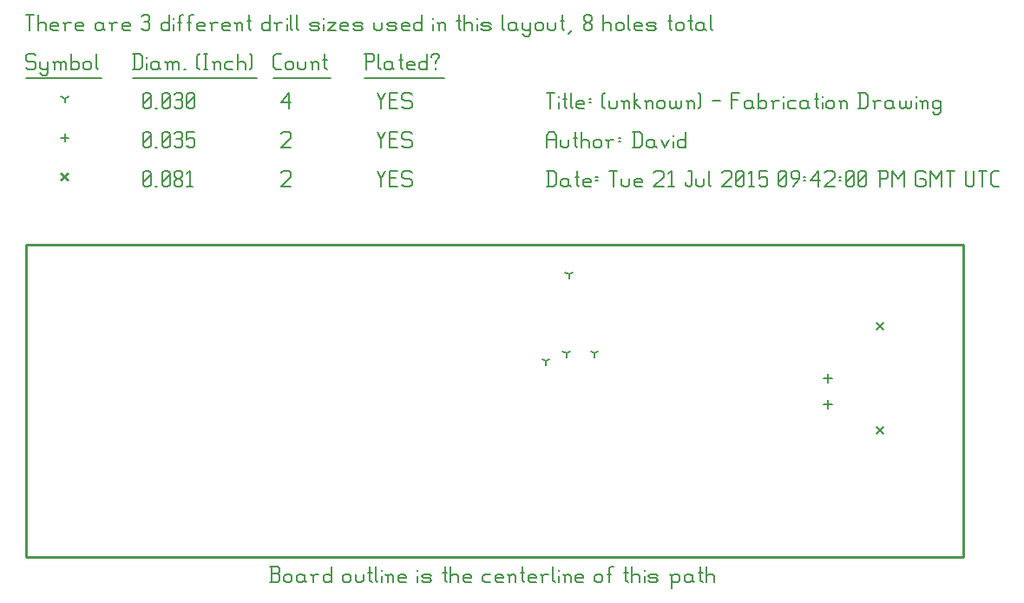
<source format=gbr>
G04 start of page 12 for group -3984 idx -3984 *
G04 Title: (unknown), fab *
G04 Creator: pcb 1.99z *
G04 CreationDate: Tue 21 Jul 2015 09:42:00 PM GMT UTC *
G04 For: david *
G04 Format: Gerber/RS-274X *
G04 PCB-Dimensions (mil): 3600.00 1200.00 *
G04 PCB-Coordinate-Origin: lower left *
%MOIN*%
%FSLAX25Y25*%
%LNFAB*%
%ADD57C,0.0100*%
%ADD56C,0.0075*%
%ADD55C,0.0060*%
%ADD54C,0.0001*%
G54D54*G36*
X326871Y50585D02*X329837Y47619D01*
X329271Y47053D01*
X326305Y50019D01*
X326871Y50585D01*
G37*
G36*
X326305Y47619D02*X329271Y50585D01*
X329837Y50019D01*
X326871Y47053D01*
X326305Y47619D01*
G37*
G36*
X326871Y90585D02*X329837Y87619D01*
X329271Y87053D01*
X326305Y90019D01*
X326871Y90585D01*
G37*
G36*
X326305Y87619D02*X329271Y90585D01*
X329837Y90019D01*
X326871Y87053D01*
X326305Y87619D01*
G37*
G36*
X13800Y148016D02*X16766Y145050D01*
X16200Y144484D01*
X13234Y147450D01*
X13800Y148016D01*
G37*
G36*
X13234Y145050D02*X16200Y148016D01*
X16766Y147450D01*
X13800Y144484D01*
X13234Y145050D01*
G37*
G54D55*X135000Y148500D02*X136500Y145500D01*
X138000Y148500D01*
X136500Y145500D02*Y142500D01*
X139800Y145800D02*X142050D01*
X139800Y142500D02*X142800D01*
X139800Y148500D02*Y142500D01*
Y148500D02*X142800D01*
X147600D02*X148350Y147750D01*
X145350Y148500D02*X147600D01*
X144600Y147750D02*X145350Y148500D01*
X144600Y147750D02*Y146250D01*
X145350Y145500D01*
X147600D01*
X148350Y144750D01*
Y143250D01*
X147600Y142500D02*X148350Y143250D01*
X145350Y142500D02*X147600D01*
X144600Y143250D02*X145350Y142500D01*
X98000Y147750D02*X98750Y148500D01*
X101000D01*
X101750Y147750D01*
Y146250D01*
X98000Y142500D02*X101750Y146250D01*
X98000Y142500D02*X101750D01*
X45000Y143250D02*X45750Y142500D01*
X45000Y147750D02*Y143250D01*
Y147750D02*X45750Y148500D01*
X47250D01*
X48000Y147750D01*
Y143250D01*
X47250Y142500D02*X48000Y143250D01*
X45750Y142500D02*X47250D01*
X45000Y144000D02*X48000Y147000D01*
X49800Y142500D02*X50550D01*
X52350Y143250D02*X53100Y142500D01*
X52350Y147750D02*Y143250D01*
Y147750D02*X53100Y148500D01*
X54600D01*
X55350Y147750D01*
Y143250D01*
X54600Y142500D02*X55350Y143250D01*
X53100Y142500D02*X54600D01*
X52350Y144000D02*X55350Y147000D01*
X57150Y143250D02*X57900Y142500D01*
X57150Y144450D02*Y143250D01*
Y144450D02*X58200Y145500D01*
X59100D01*
X60150Y144450D01*
Y143250D01*
X59400Y142500D02*X60150Y143250D01*
X57900Y142500D02*X59400D01*
X57150Y146550D02*X58200Y145500D01*
X57150Y147750D02*Y146550D01*
Y147750D02*X57900Y148500D01*
X59400D01*
X60150Y147750D01*
Y146550D01*
X59100Y145500D02*X60150Y146550D01*
X61950Y147300D02*X63150Y148500D01*
Y142500D01*
X61950D02*X64200D01*
X308071Y70419D02*Y67219D01*
X306471Y68819D02*X309671D01*
X308071Y60419D02*Y57219D01*
X306471Y58819D02*X309671D01*
X15000Y162850D02*Y159650D01*
X13400Y161250D02*X16600D01*
X135000Y163500D02*X136500Y160500D01*
X138000Y163500D01*
X136500Y160500D02*Y157500D01*
X139800Y160800D02*X142050D01*
X139800Y157500D02*X142800D01*
X139800Y163500D02*Y157500D01*
Y163500D02*X142800D01*
X147600D02*X148350Y162750D01*
X145350Y163500D02*X147600D01*
X144600Y162750D02*X145350Y163500D01*
X144600Y162750D02*Y161250D01*
X145350Y160500D01*
X147600D01*
X148350Y159750D01*
Y158250D01*
X147600Y157500D02*X148350Y158250D01*
X145350Y157500D02*X147600D01*
X144600Y158250D02*X145350Y157500D01*
X98000Y162750D02*X98750Y163500D01*
X101000D01*
X101750Y162750D01*
Y161250D01*
X98000Y157500D02*X101750Y161250D01*
X98000Y157500D02*X101750D01*
X45000Y158250D02*X45750Y157500D01*
X45000Y162750D02*Y158250D01*
Y162750D02*X45750Y163500D01*
X47250D01*
X48000Y162750D01*
Y158250D01*
X47250Y157500D02*X48000Y158250D01*
X45750Y157500D02*X47250D01*
X45000Y159000D02*X48000Y162000D01*
X49800Y157500D02*X50550D01*
X52350Y158250D02*X53100Y157500D01*
X52350Y162750D02*Y158250D01*
Y162750D02*X53100Y163500D01*
X54600D01*
X55350Y162750D01*
Y158250D01*
X54600Y157500D02*X55350Y158250D01*
X53100Y157500D02*X54600D01*
X52350Y159000D02*X55350Y162000D01*
X57150Y162750D02*X57900Y163500D01*
X59400D01*
X60150Y162750D01*
X59400Y157500D02*X60150Y158250D01*
X57900Y157500D02*X59400D01*
X57150Y158250D02*X57900Y157500D01*
Y160800D02*X59400D01*
X60150Y162750D02*Y161550D01*
Y160050D02*Y158250D01*
Y160050D02*X59400Y160800D01*
X60150Y161550D02*X59400Y160800D01*
X61950Y163500D02*X64950D01*
X61950D02*Y160500D01*
X62700Y161250D01*
X64200D01*
X64950Y160500D01*
Y158250D01*
X64200Y157500D02*X64950Y158250D01*
X62700Y157500D02*X64200D01*
X61950Y158250D02*X62700Y157500D01*
X199803Y75315D02*Y73715D01*
Y75315D02*X201190Y76115D01*
X199803Y75315D02*X198416Y76115D01*
X208661Y108779D02*Y107179D01*
Y108779D02*X210048Y109579D01*
X208661Y108779D02*X207274Y109579D01*
X207677Y78267D02*Y76667D01*
Y78267D02*X209064Y79067D01*
X207677Y78267D02*X206291Y79067D01*
X218504Y78267D02*Y76667D01*
Y78267D02*X219891Y79067D01*
X218504Y78267D02*X217117Y79067D01*
X15000Y176250D02*Y174650D01*
Y176250D02*X16387Y177050D01*
X15000Y176250D02*X13613Y177050D01*
X135000Y178500D02*X136500Y175500D01*
X138000Y178500D01*
X136500Y175500D02*Y172500D01*
X139800Y175800D02*X142050D01*
X139800Y172500D02*X142800D01*
X139800Y178500D02*Y172500D01*
Y178500D02*X142800D01*
X147600D02*X148350Y177750D01*
X145350Y178500D02*X147600D01*
X144600Y177750D02*X145350Y178500D01*
X144600Y177750D02*Y176250D01*
X145350Y175500D01*
X147600D01*
X148350Y174750D01*
Y173250D01*
X147600Y172500D02*X148350Y173250D01*
X145350Y172500D02*X147600D01*
X144600Y173250D02*X145350Y172500D01*
X98000Y174750D02*X101000Y178500D01*
X98000Y174750D02*X101750D01*
X101000Y178500D02*Y172500D01*
X45000Y173250D02*X45750Y172500D01*
X45000Y177750D02*Y173250D01*
Y177750D02*X45750Y178500D01*
X47250D01*
X48000Y177750D01*
Y173250D01*
X47250Y172500D02*X48000Y173250D01*
X45750Y172500D02*X47250D01*
X45000Y174000D02*X48000Y177000D01*
X49800Y172500D02*X50550D01*
X52350Y173250D02*X53100Y172500D01*
X52350Y177750D02*Y173250D01*
Y177750D02*X53100Y178500D01*
X54600D01*
X55350Y177750D01*
Y173250D01*
X54600Y172500D02*X55350Y173250D01*
X53100Y172500D02*X54600D01*
X52350Y174000D02*X55350Y177000D01*
X57150Y177750D02*X57900Y178500D01*
X59400D01*
X60150Y177750D01*
X59400Y172500D02*X60150Y173250D01*
X57900Y172500D02*X59400D01*
X57150Y173250D02*X57900Y172500D01*
Y175800D02*X59400D01*
X60150Y177750D02*Y176550D01*
Y175050D02*Y173250D01*
Y175050D02*X59400Y175800D01*
X60150Y176550D02*X59400Y175800D01*
X61950Y173250D02*X62700Y172500D01*
X61950Y177750D02*Y173250D01*
Y177750D02*X62700Y178500D01*
X64200D01*
X64950Y177750D01*
Y173250D01*
X64200Y172500D02*X64950Y173250D01*
X62700Y172500D02*X64200D01*
X61950Y174000D02*X64950Y177000D01*
X3000Y193500D02*X3750Y192750D01*
X750Y193500D02*X3000D01*
X0Y192750D02*X750Y193500D01*
X0Y192750D02*Y191250D01*
X750Y190500D01*
X3000D01*
X3750Y189750D01*
Y188250D01*
X3000Y187500D02*X3750Y188250D01*
X750Y187500D02*X3000D01*
X0Y188250D02*X750Y187500D01*
X5550Y190500D02*Y188250D01*
X6300Y187500D01*
X8550Y190500D02*Y186000D01*
X7800Y185250D02*X8550Y186000D01*
X6300Y185250D02*X7800D01*
X5550Y186000D02*X6300Y185250D01*
Y187500D02*X7800D01*
X8550Y188250D01*
X11100Y189750D02*Y187500D01*
Y189750D02*X11850Y190500D01*
X12600D01*
X13350Y189750D01*
Y187500D01*
Y189750D02*X14100Y190500D01*
X14850D01*
X15600Y189750D01*
Y187500D01*
X10350Y190500D02*X11100Y189750D01*
X17400Y193500D02*Y187500D01*
Y188250D02*X18150Y187500D01*
X19650D01*
X20400Y188250D01*
Y189750D02*Y188250D01*
X19650Y190500D02*X20400Y189750D01*
X18150Y190500D02*X19650D01*
X17400Y189750D02*X18150Y190500D01*
X22200Y189750D02*Y188250D01*
Y189750D02*X22950Y190500D01*
X24450D01*
X25200Y189750D01*
Y188250D01*
X24450Y187500D02*X25200Y188250D01*
X22950Y187500D02*X24450D01*
X22200Y188250D02*X22950Y187500D01*
X27000Y193500D02*Y188250D01*
X27750Y187500D01*
X0Y184250D02*X29250D01*
X41750Y193500D02*Y187500D01*
X43700Y193500D02*X44750Y192450D01*
Y188550D01*
X43700Y187500D02*X44750Y188550D01*
X41000Y187500D02*X43700D01*
X41000Y193500D02*X43700D01*
G54D56*X46550Y192000D02*Y191850D01*
G54D55*Y189750D02*Y187500D01*
X50300Y190500D02*X51050Y189750D01*
X48800Y190500D02*X50300D01*
X48050Y189750D02*X48800Y190500D01*
X48050Y189750D02*Y188250D01*
X48800Y187500D01*
X51050Y190500D02*Y188250D01*
X51800Y187500D01*
X48800D02*X50300D01*
X51050Y188250D01*
X54350Y189750D02*Y187500D01*
Y189750D02*X55100Y190500D01*
X55850D01*
X56600Y189750D01*
Y187500D01*
Y189750D02*X57350Y190500D01*
X58100D01*
X58850Y189750D01*
Y187500D01*
X53600Y190500D02*X54350Y189750D01*
X60650Y187500D02*X61400D01*
X65900Y188250D02*X66650Y187500D01*
X65900Y192750D02*X66650Y193500D01*
X65900Y192750D02*Y188250D01*
X68450Y193500D02*X69950D01*
X69200D02*Y187500D01*
X68450D02*X69950D01*
X72500Y189750D02*Y187500D01*
Y189750D02*X73250Y190500D01*
X74000D01*
X74750Y189750D01*
Y187500D01*
X71750Y190500D02*X72500Y189750D01*
X77300Y190500D02*X79550D01*
X76550Y189750D02*X77300Y190500D01*
X76550Y189750D02*Y188250D01*
X77300Y187500D01*
X79550D01*
X81350Y193500D02*Y187500D01*
Y189750D02*X82100Y190500D01*
X83600D01*
X84350Y189750D01*
Y187500D01*
X86150Y193500D02*X86900Y192750D01*
Y188250D01*
X86150Y187500D02*X86900Y188250D01*
X41000Y184250D02*X88700D01*
X96050Y187500D02*X98000D01*
X95000Y188550D02*X96050Y187500D01*
X95000Y192450D02*Y188550D01*
Y192450D02*X96050Y193500D01*
X98000D01*
X99800Y189750D02*Y188250D01*
Y189750D02*X100550Y190500D01*
X102050D01*
X102800Y189750D01*
Y188250D01*
X102050Y187500D02*X102800Y188250D01*
X100550Y187500D02*X102050D01*
X99800Y188250D02*X100550Y187500D01*
X104600Y190500D02*Y188250D01*
X105350Y187500D01*
X106850D01*
X107600Y188250D01*
Y190500D02*Y188250D01*
X110150Y189750D02*Y187500D01*
Y189750D02*X110900Y190500D01*
X111650D01*
X112400Y189750D01*
Y187500D01*
X109400Y190500D02*X110150Y189750D01*
X114950Y193500D02*Y188250D01*
X115700Y187500D01*
X114200Y191250D02*X115700D01*
X95000Y184250D02*X117200D01*
X130750Y193500D02*Y187500D01*
X130000Y193500D02*X133000D01*
X133750Y192750D01*
Y191250D01*
X133000Y190500D02*X133750Y191250D01*
X130750Y190500D02*X133000D01*
X135550Y193500D02*Y188250D01*
X136300Y187500D01*
X140050Y190500D02*X140800Y189750D01*
X138550Y190500D02*X140050D01*
X137800Y189750D02*X138550Y190500D01*
X137800Y189750D02*Y188250D01*
X138550Y187500D01*
X140800Y190500D02*Y188250D01*
X141550Y187500D01*
X138550D02*X140050D01*
X140800Y188250D01*
X144100Y193500D02*Y188250D01*
X144850Y187500D01*
X143350Y191250D02*X144850D01*
X147100Y187500D02*X149350D01*
X146350Y188250D02*X147100Y187500D01*
X146350Y189750D02*Y188250D01*
Y189750D02*X147100Y190500D01*
X148600D01*
X149350Y189750D01*
X146350Y189000D02*X149350D01*
Y189750D02*Y189000D01*
X154150Y193500D02*Y187500D01*
X153400D02*X154150Y188250D01*
X151900Y187500D02*X153400D01*
X151150Y188250D02*X151900Y187500D01*
X151150Y189750D02*Y188250D01*
Y189750D02*X151900Y190500D01*
X153400D01*
X154150Y189750D01*
X157450Y190500D02*Y189750D01*
Y188250D02*Y187500D01*
X155950Y192750D02*Y192000D01*
Y192750D02*X156700Y193500D01*
X158200D01*
X158950Y192750D01*
Y192000D01*
X157450Y190500D02*X158950Y192000D01*
X130000Y184250D02*X160750D01*
X0Y208500D02*X3000D01*
X1500D02*Y202500D01*
X4800Y208500D02*Y202500D01*
Y204750D02*X5550Y205500D01*
X7050D01*
X7800Y204750D01*
Y202500D01*
X10350D02*X12600D01*
X9600Y203250D02*X10350Y202500D01*
X9600Y204750D02*Y203250D01*
Y204750D02*X10350Y205500D01*
X11850D01*
X12600Y204750D01*
X9600Y204000D02*X12600D01*
Y204750D02*Y204000D01*
X15150Y204750D02*Y202500D01*
Y204750D02*X15900Y205500D01*
X17400D01*
X14400D02*X15150Y204750D01*
X19950Y202500D02*X22200D01*
X19200Y203250D02*X19950Y202500D01*
X19200Y204750D02*Y203250D01*
Y204750D02*X19950Y205500D01*
X21450D01*
X22200Y204750D01*
X19200Y204000D02*X22200D01*
Y204750D02*Y204000D01*
X28950Y205500D02*X29700Y204750D01*
X27450Y205500D02*X28950D01*
X26700Y204750D02*X27450Y205500D01*
X26700Y204750D02*Y203250D01*
X27450Y202500D01*
X29700Y205500D02*Y203250D01*
X30450Y202500D01*
X27450D02*X28950D01*
X29700Y203250D01*
X33000Y204750D02*Y202500D01*
Y204750D02*X33750Y205500D01*
X35250D01*
X32250D02*X33000Y204750D01*
X37800Y202500D02*X40050D01*
X37050Y203250D02*X37800Y202500D01*
X37050Y204750D02*Y203250D01*
Y204750D02*X37800Y205500D01*
X39300D01*
X40050Y204750D01*
X37050Y204000D02*X40050D01*
Y204750D02*Y204000D01*
X44550Y207750D02*X45300Y208500D01*
X46800D01*
X47550Y207750D01*
X46800Y202500D02*X47550Y203250D01*
X45300Y202500D02*X46800D01*
X44550Y203250D02*X45300Y202500D01*
Y205800D02*X46800D01*
X47550Y207750D02*Y206550D01*
Y205050D02*Y203250D01*
Y205050D02*X46800Y205800D01*
X47550Y206550D02*X46800Y205800D01*
X55050Y208500D02*Y202500D01*
X54300D02*X55050Y203250D01*
X52800Y202500D02*X54300D01*
X52050Y203250D02*X52800Y202500D01*
X52050Y204750D02*Y203250D01*
Y204750D02*X52800Y205500D01*
X54300D01*
X55050Y204750D01*
G54D56*X56850Y207000D02*Y206850D01*
G54D55*Y204750D02*Y202500D01*
X59100Y207750D02*Y202500D01*
Y207750D02*X59850Y208500D01*
X60600D01*
X58350Y205500D02*X59850D01*
X62850Y207750D02*Y202500D01*
Y207750D02*X63600Y208500D01*
X64350D01*
X62100Y205500D02*X63600D01*
X66600Y202500D02*X68850D01*
X65850Y203250D02*X66600Y202500D01*
X65850Y204750D02*Y203250D01*
Y204750D02*X66600Y205500D01*
X68100D01*
X68850Y204750D01*
X65850Y204000D02*X68850D01*
Y204750D02*Y204000D01*
X71400Y204750D02*Y202500D01*
Y204750D02*X72150Y205500D01*
X73650D01*
X70650D02*X71400Y204750D01*
X76200Y202500D02*X78450D01*
X75450Y203250D02*X76200Y202500D01*
X75450Y204750D02*Y203250D01*
Y204750D02*X76200Y205500D01*
X77700D01*
X78450Y204750D01*
X75450Y204000D02*X78450D01*
Y204750D02*Y204000D01*
X81000Y204750D02*Y202500D01*
Y204750D02*X81750Y205500D01*
X82500D01*
X83250Y204750D01*
Y202500D01*
X80250Y205500D02*X81000Y204750D01*
X85800Y208500D02*Y203250D01*
X86550Y202500D01*
X85050Y206250D02*X86550D01*
X93750Y208500D02*Y202500D01*
X93000D02*X93750Y203250D01*
X91500Y202500D02*X93000D01*
X90750Y203250D02*X91500Y202500D01*
X90750Y204750D02*Y203250D01*
Y204750D02*X91500Y205500D01*
X93000D01*
X93750Y204750D01*
X96300D02*Y202500D01*
Y204750D02*X97050Y205500D01*
X98550D01*
X95550D02*X96300Y204750D01*
G54D56*X100350Y207000D02*Y206850D01*
G54D55*Y204750D02*Y202500D01*
X101850Y208500D02*Y203250D01*
X102600Y202500D01*
X104100Y208500D02*Y203250D01*
X104850Y202500D01*
X109800D02*X112050D01*
X112800Y203250D01*
X112050Y204000D02*X112800Y203250D01*
X109800Y204000D02*X112050D01*
X109050Y204750D02*X109800Y204000D01*
X109050Y204750D02*X109800Y205500D01*
X112050D01*
X112800Y204750D01*
X109050Y203250D02*X109800Y202500D01*
G54D56*X114600Y207000D02*Y206850D01*
G54D55*Y204750D02*Y202500D01*
X116100Y205500D02*X119100D01*
X116100Y202500D02*X119100Y205500D01*
X116100Y202500D02*X119100D01*
X121650D02*X123900D01*
X120900Y203250D02*X121650Y202500D01*
X120900Y204750D02*Y203250D01*
Y204750D02*X121650Y205500D01*
X123150D01*
X123900Y204750D01*
X120900Y204000D02*X123900D01*
Y204750D02*Y204000D01*
X126450Y202500D02*X128700D01*
X129450Y203250D01*
X128700Y204000D02*X129450Y203250D01*
X126450Y204000D02*X128700D01*
X125700Y204750D02*X126450Y204000D01*
X125700Y204750D02*X126450Y205500D01*
X128700D01*
X129450Y204750D01*
X125700Y203250D02*X126450Y202500D01*
X133950Y205500D02*Y203250D01*
X134700Y202500D01*
X136200D01*
X136950Y203250D01*
Y205500D02*Y203250D01*
X139500Y202500D02*X141750D01*
X142500Y203250D01*
X141750Y204000D02*X142500Y203250D01*
X139500Y204000D02*X141750D01*
X138750Y204750D02*X139500Y204000D01*
X138750Y204750D02*X139500Y205500D01*
X141750D01*
X142500Y204750D01*
X138750Y203250D02*X139500Y202500D01*
X145050D02*X147300D01*
X144300Y203250D02*X145050Y202500D01*
X144300Y204750D02*Y203250D01*
Y204750D02*X145050Y205500D01*
X146550D01*
X147300Y204750D01*
X144300Y204000D02*X147300D01*
Y204750D02*Y204000D01*
X152100Y208500D02*Y202500D01*
X151350D02*X152100Y203250D01*
X149850Y202500D02*X151350D01*
X149100Y203250D02*X149850Y202500D01*
X149100Y204750D02*Y203250D01*
Y204750D02*X149850Y205500D01*
X151350D01*
X152100Y204750D01*
G54D56*X156600Y207000D02*Y206850D01*
G54D55*Y204750D02*Y202500D01*
X158850Y204750D02*Y202500D01*
Y204750D02*X159600Y205500D01*
X160350D01*
X161100Y204750D01*
Y202500D01*
X158100Y205500D02*X158850Y204750D01*
X166350Y208500D02*Y203250D01*
X167100Y202500D01*
X165600Y206250D02*X167100D01*
X168600Y208500D02*Y202500D01*
Y204750D02*X169350Y205500D01*
X170850D01*
X171600Y204750D01*
Y202500D01*
G54D56*X173400Y207000D02*Y206850D01*
G54D55*Y204750D02*Y202500D01*
X175650D02*X177900D01*
X178650Y203250D01*
X177900Y204000D02*X178650Y203250D01*
X175650Y204000D02*X177900D01*
X174900Y204750D02*X175650Y204000D01*
X174900Y204750D02*X175650Y205500D01*
X177900D01*
X178650Y204750D01*
X174900Y203250D02*X175650Y202500D01*
X183150Y208500D02*Y203250D01*
X183900Y202500D01*
X187650Y205500D02*X188400Y204750D01*
X186150Y205500D02*X187650D01*
X185400Y204750D02*X186150Y205500D01*
X185400Y204750D02*Y203250D01*
X186150Y202500D01*
X188400Y205500D02*Y203250D01*
X189150Y202500D01*
X186150D02*X187650D01*
X188400Y203250D01*
X190950Y205500D02*Y203250D01*
X191700Y202500D01*
X193950Y205500D02*Y201000D01*
X193200Y200250D02*X193950Y201000D01*
X191700Y200250D02*X193200D01*
X190950Y201000D02*X191700Y200250D01*
Y202500D02*X193200D01*
X193950Y203250D01*
X195750Y204750D02*Y203250D01*
Y204750D02*X196500Y205500D01*
X198000D01*
X198750Y204750D01*
Y203250D01*
X198000Y202500D02*X198750Y203250D01*
X196500Y202500D02*X198000D01*
X195750Y203250D02*X196500Y202500D01*
X200550Y205500D02*Y203250D01*
X201300Y202500D01*
X202800D01*
X203550Y203250D01*
Y205500D02*Y203250D01*
X206100Y208500D02*Y203250D01*
X206850Y202500D01*
X205350Y206250D02*X206850D01*
X208350Y201000D02*X209850Y202500D01*
X214350Y203250D02*X215100Y202500D01*
X214350Y204450D02*Y203250D01*
Y204450D02*X215400Y205500D01*
X216300D01*
X217350Y204450D01*
Y203250D01*
X216600Y202500D02*X217350Y203250D01*
X215100Y202500D02*X216600D01*
X214350Y206550D02*X215400Y205500D01*
X214350Y207750D02*Y206550D01*
Y207750D02*X215100Y208500D01*
X216600D01*
X217350Y207750D01*
Y206550D01*
X216300Y205500D02*X217350Y206550D01*
X221850Y208500D02*Y202500D01*
Y204750D02*X222600Y205500D01*
X224100D01*
X224850Y204750D01*
Y202500D01*
X226650Y204750D02*Y203250D01*
Y204750D02*X227400Y205500D01*
X228900D01*
X229650Y204750D01*
Y203250D01*
X228900Y202500D02*X229650Y203250D01*
X227400Y202500D02*X228900D01*
X226650Y203250D02*X227400Y202500D01*
X231450Y208500D02*Y203250D01*
X232200Y202500D01*
X234450D02*X236700D01*
X233700Y203250D02*X234450Y202500D01*
X233700Y204750D02*Y203250D01*
Y204750D02*X234450Y205500D01*
X235950D01*
X236700Y204750D01*
X233700Y204000D02*X236700D01*
Y204750D02*Y204000D01*
X239250Y202500D02*X241500D01*
X242250Y203250D01*
X241500Y204000D02*X242250Y203250D01*
X239250Y204000D02*X241500D01*
X238500Y204750D02*X239250Y204000D01*
X238500Y204750D02*X239250Y205500D01*
X241500D01*
X242250Y204750D01*
X238500Y203250D02*X239250Y202500D01*
X247500Y208500D02*Y203250D01*
X248250Y202500D01*
X246750Y206250D02*X248250D01*
X249750Y204750D02*Y203250D01*
Y204750D02*X250500Y205500D01*
X252000D01*
X252750Y204750D01*
Y203250D01*
X252000Y202500D02*X252750Y203250D01*
X250500Y202500D02*X252000D01*
X249750Y203250D02*X250500Y202500D01*
X255300Y208500D02*Y203250D01*
X256050Y202500D01*
X254550Y206250D02*X256050D01*
X259800Y205500D02*X260550Y204750D01*
X258300Y205500D02*X259800D01*
X257550Y204750D02*X258300Y205500D01*
X257550Y204750D02*Y203250D01*
X258300Y202500D01*
X260550Y205500D02*Y203250D01*
X261300Y202500D01*
X258300D02*X259800D01*
X260550Y203250D01*
X263100Y208500D02*Y203250D01*
X263850Y202500D01*
G54D57*X360000Y119984D02*X16D01*
X0Y120000D01*
Y6D01*
X360000D01*
Y119984D01*
G54D55*X93675Y-9500D02*X96675D01*
X97425Y-8750D01*
Y-6950D02*Y-8750D01*
X96675Y-6200D02*X97425Y-6950D01*
X94425Y-6200D02*X96675D01*
X94425Y-3500D02*Y-9500D01*
X93675Y-3500D02*X96675D01*
X97425Y-4250D01*
Y-5450D01*
X96675Y-6200D02*X97425Y-5450D01*
X99225Y-7250D02*Y-8750D01*
Y-7250D02*X99975Y-6500D01*
X101475D01*
X102225Y-7250D01*
Y-8750D01*
X101475Y-9500D02*X102225Y-8750D01*
X99975Y-9500D02*X101475D01*
X99225Y-8750D02*X99975Y-9500D01*
X106275Y-6500D02*X107025Y-7250D01*
X104775Y-6500D02*X106275D01*
X104025Y-7250D02*X104775Y-6500D01*
X104025Y-7250D02*Y-8750D01*
X104775Y-9500D01*
X107025Y-6500D02*Y-8750D01*
X107775Y-9500D01*
X104775D02*X106275D01*
X107025Y-8750D01*
X110325Y-7250D02*Y-9500D01*
Y-7250D02*X111075Y-6500D01*
X112575D01*
X109575D02*X110325Y-7250D01*
X117375Y-3500D02*Y-9500D01*
X116625D02*X117375Y-8750D01*
X115125Y-9500D02*X116625D01*
X114375Y-8750D02*X115125Y-9500D01*
X114375Y-7250D02*Y-8750D01*
Y-7250D02*X115125Y-6500D01*
X116625D01*
X117375Y-7250D01*
X121875D02*Y-8750D01*
Y-7250D02*X122625Y-6500D01*
X124125D01*
X124875Y-7250D01*
Y-8750D01*
X124125Y-9500D02*X124875Y-8750D01*
X122625Y-9500D02*X124125D01*
X121875Y-8750D02*X122625Y-9500D01*
X126675Y-6500D02*Y-8750D01*
X127425Y-9500D01*
X128925D01*
X129675Y-8750D01*
Y-6500D02*Y-8750D01*
X132225Y-3500D02*Y-8750D01*
X132975Y-9500D01*
X131475Y-5750D02*X132975D01*
X134475Y-3500D02*Y-8750D01*
X135225Y-9500D01*
G54D56*X136725Y-5000D02*Y-5150D01*
G54D55*Y-7250D02*Y-9500D01*
X138975Y-7250D02*Y-9500D01*
Y-7250D02*X139725Y-6500D01*
X140475D01*
X141225Y-7250D01*
Y-9500D01*
X138225Y-6500D02*X138975Y-7250D01*
X143775Y-9500D02*X146025D01*
X143025Y-8750D02*X143775Y-9500D01*
X143025Y-7250D02*Y-8750D01*
Y-7250D02*X143775Y-6500D01*
X145275D01*
X146025Y-7250D01*
X143025Y-8000D02*X146025D01*
Y-7250D02*Y-8000D01*
G54D56*X150525Y-5000D02*Y-5150D01*
G54D55*Y-7250D02*Y-9500D01*
X152775D02*X155025D01*
X155775Y-8750D01*
X155025Y-8000D02*X155775Y-8750D01*
X152775Y-8000D02*X155025D01*
X152025Y-7250D02*X152775Y-8000D01*
X152025Y-7250D02*X152775Y-6500D01*
X155025D01*
X155775Y-7250D01*
X152025Y-8750D02*X152775Y-9500D01*
X161025Y-3500D02*Y-8750D01*
X161775Y-9500D01*
X160275Y-5750D02*X161775D01*
X163275Y-3500D02*Y-9500D01*
Y-7250D02*X164025Y-6500D01*
X165525D01*
X166275Y-7250D01*
Y-9500D01*
X168825D02*X171075D01*
X168075Y-8750D02*X168825Y-9500D01*
X168075Y-7250D02*Y-8750D01*
Y-7250D02*X168825Y-6500D01*
X170325D01*
X171075Y-7250D01*
X168075Y-8000D02*X171075D01*
Y-7250D02*Y-8000D01*
X176325Y-6500D02*X178575D01*
X175575Y-7250D02*X176325Y-6500D01*
X175575Y-7250D02*Y-8750D01*
X176325Y-9500D01*
X178575D01*
X181125D02*X183375D01*
X180375Y-8750D02*X181125Y-9500D01*
X180375Y-7250D02*Y-8750D01*
Y-7250D02*X181125Y-6500D01*
X182625D01*
X183375Y-7250D01*
X180375Y-8000D02*X183375D01*
Y-7250D02*Y-8000D01*
X185925Y-7250D02*Y-9500D01*
Y-7250D02*X186675Y-6500D01*
X187425D01*
X188175Y-7250D01*
Y-9500D01*
X185175Y-6500D02*X185925Y-7250D01*
X190725Y-3500D02*Y-8750D01*
X191475Y-9500D01*
X189975Y-5750D02*X191475D01*
X193725Y-9500D02*X195975D01*
X192975Y-8750D02*X193725Y-9500D01*
X192975Y-7250D02*Y-8750D01*
Y-7250D02*X193725Y-6500D01*
X195225D01*
X195975Y-7250D01*
X192975Y-8000D02*X195975D01*
Y-7250D02*Y-8000D01*
X198525Y-7250D02*Y-9500D01*
Y-7250D02*X199275Y-6500D01*
X200775D01*
X197775D02*X198525Y-7250D01*
X202575Y-3500D02*Y-8750D01*
X203325Y-9500D01*
G54D56*X204825Y-5000D02*Y-5150D01*
G54D55*Y-7250D02*Y-9500D01*
X207075Y-7250D02*Y-9500D01*
Y-7250D02*X207825Y-6500D01*
X208575D01*
X209325Y-7250D01*
Y-9500D01*
X206325Y-6500D02*X207075Y-7250D01*
X211875Y-9500D02*X214125D01*
X211125Y-8750D02*X211875Y-9500D01*
X211125Y-7250D02*Y-8750D01*
Y-7250D02*X211875Y-6500D01*
X213375D01*
X214125Y-7250D01*
X211125Y-8000D02*X214125D01*
Y-7250D02*Y-8000D01*
X218625Y-7250D02*Y-8750D01*
Y-7250D02*X219375Y-6500D01*
X220875D01*
X221625Y-7250D01*
Y-8750D01*
X220875Y-9500D02*X221625Y-8750D01*
X219375Y-9500D02*X220875D01*
X218625Y-8750D02*X219375Y-9500D01*
X224175Y-4250D02*Y-9500D01*
Y-4250D02*X224925Y-3500D01*
X225675D01*
X223425Y-6500D02*X224925D01*
X230625Y-3500D02*Y-8750D01*
X231375Y-9500D01*
X229875Y-5750D02*X231375D01*
X232875Y-3500D02*Y-9500D01*
Y-7250D02*X233625Y-6500D01*
X235125D01*
X235875Y-7250D01*
Y-9500D01*
G54D56*X237675Y-5000D02*Y-5150D01*
G54D55*Y-7250D02*Y-9500D01*
X239925D02*X242175D01*
X242925Y-8750D01*
X242175Y-8000D02*X242925Y-8750D01*
X239925Y-8000D02*X242175D01*
X239175Y-7250D02*X239925Y-8000D01*
X239175Y-7250D02*X239925Y-6500D01*
X242175D01*
X242925Y-7250D01*
X239175Y-8750D02*X239925Y-9500D01*
X248175Y-7250D02*Y-11750D01*
X247425Y-6500D02*X248175Y-7250D01*
X248925Y-6500D01*
X250425D01*
X251175Y-7250D01*
Y-8750D01*
X250425Y-9500D02*X251175Y-8750D01*
X248925Y-9500D02*X250425D01*
X248175Y-8750D02*X248925Y-9500D01*
X255225Y-6500D02*X255975Y-7250D01*
X253725Y-6500D02*X255225D01*
X252975Y-7250D02*X253725Y-6500D01*
X252975Y-7250D02*Y-8750D01*
X253725Y-9500D01*
X255975Y-6500D02*Y-8750D01*
X256725Y-9500D01*
X253725D02*X255225D01*
X255975Y-8750D01*
X259275Y-3500D02*Y-8750D01*
X260025Y-9500D01*
X258525Y-5750D02*X260025D01*
X261525Y-3500D02*Y-9500D01*
Y-7250D02*X262275Y-6500D01*
X263775D01*
X264525Y-7250D01*
Y-9500D01*
X200750Y148500D02*Y142500D01*
X202700Y148500D02*X203750Y147450D01*
Y143550D01*
X202700Y142500D02*X203750Y143550D01*
X200000Y142500D02*X202700D01*
X200000Y148500D02*X202700D01*
X207800Y145500D02*X208550Y144750D01*
X206300Y145500D02*X207800D01*
X205550Y144750D02*X206300Y145500D01*
X205550Y144750D02*Y143250D01*
X206300Y142500D01*
X208550Y145500D02*Y143250D01*
X209300Y142500D01*
X206300D02*X207800D01*
X208550Y143250D01*
X211850Y148500D02*Y143250D01*
X212600Y142500D01*
X211100Y146250D02*X212600D01*
X214850Y142500D02*X217100D01*
X214100Y143250D02*X214850Y142500D01*
X214100Y144750D02*Y143250D01*
Y144750D02*X214850Y145500D01*
X216350D01*
X217100Y144750D01*
X214100Y144000D02*X217100D01*
Y144750D02*Y144000D01*
X218900Y146250D02*X219650D01*
X218900Y144750D02*X219650D01*
X224150Y148500D02*X227150D01*
X225650D02*Y142500D01*
X228950Y145500D02*Y143250D01*
X229700Y142500D01*
X231200D01*
X231950Y143250D01*
Y145500D02*Y143250D01*
X234500Y142500D02*X236750D01*
X233750Y143250D02*X234500Y142500D01*
X233750Y144750D02*Y143250D01*
Y144750D02*X234500Y145500D01*
X236000D01*
X236750Y144750D01*
X233750Y144000D02*X236750D01*
Y144750D02*Y144000D01*
X241250Y147750D02*X242000Y148500D01*
X244250D01*
X245000Y147750D01*
Y146250D01*
X241250Y142500D02*X245000Y146250D01*
X241250Y142500D02*X245000D01*
X246800Y147300D02*X248000Y148500D01*
Y142500D01*
X246800D02*X249050D01*
X254600Y148500D02*X255800D01*
Y143250D01*
X255050Y142500D02*X255800Y143250D01*
X254300Y142500D02*X255050D01*
X253550Y143250D02*X254300Y142500D01*
X253550Y144000D02*Y143250D01*
X257600Y145500D02*Y143250D01*
X258350Y142500D01*
X259850D01*
X260600Y143250D01*
Y145500D02*Y143250D01*
X262400Y148500D02*Y143250D01*
X263150Y142500D01*
X267350Y147750D02*X268100Y148500D01*
X270350D01*
X271100Y147750D01*
Y146250D01*
X267350Y142500D02*X271100Y146250D01*
X267350Y142500D02*X271100D01*
X272900Y143250D02*X273650Y142500D01*
X272900Y147750D02*Y143250D01*
Y147750D02*X273650Y148500D01*
X275150D01*
X275900Y147750D01*
Y143250D01*
X275150Y142500D02*X275900Y143250D01*
X273650Y142500D02*X275150D01*
X272900Y144000D02*X275900Y147000D01*
X277700Y147300D02*X278900Y148500D01*
Y142500D01*
X277700D02*X279950D01*
X281750Y148500D02*X284750D01*
X281750D02*Y145500D01*
X282500Y146250D01*
X284000D01*
X284750Y145500D01*
Y143250D01*
X284000Y142500D02*X284750Y143250D01*
X282500Y142500D02*X284000D01*
X281750Y143250D02*X282500Y142500D01*
X289250Y143250D02*X290000Y142500D01*
X289250Y147750D02*Y143250D01*
Y147750D02*X290000Y148500D01*
X291500D01*
X292250Y147750D01*
Y143250D01*
X291500Y142500D02*X292250Y143250D01*
X290000Y142500D02*X291500D01*
X289250Y144000D02*X292250Y147000D01*
X294800Y142500D02*X297050Y145500D01*
Y147750D02*Y145500D01*
X296300Y148500D02*X297050Y147750D01*
X294800Y148500D02*X296300D01*
X294050Y147750D02*X294800Y148500D01*
X294050Y147750D02*Y146250D01*
X294800Y145500D01*
X297050D01*
X298850Y146250D02*X299600D01*
X298850Y144750D02*X299600D01*
X301400D02*X304400Y148500D01*
X301400Y144750D02*X305150D01*
X304400Y148500D02*Y142500D01*
X306950Y147750D02*X307700Y148500D01*
X309950D01*
X310700Y147750D01*
Y146250D01*
X306950Y142500D02*X310700Y146250D01*
X306950Y142500D02*X310700D01*
X312500Y146250D02*X313250D01*
X312500Y144750D02*X313250D01*
X315050Y143250D02*X315800Y142500D01*
X315050Y147750D02*Y143250D01*
Y147750D02*X315800Y148500D01*
X317300D01*
X318050Y147750D01*
Y143250D01*
X317300Y142500D02*X318050Y143250D01*
X315800Y142500D02*X317300D01*
X315050Y144000D02*X318050Y147000D01*
X319850Y143250D02*X320600Y142500D01*
X319850Y147750D02*Y143250D01*
Y147750D02*X320600Y148500D01*
X322100D01*
X322850Y147750D01*
Y143250D01*
X322100Y142500D02*X322850Y143250D01*
X320600Y142500D02*X322100D01*
X319850Y144000D02*X322850Y147000D01*
X328100Y148500D02*Y142500D01*
X327350Y148500D02*X330350D01*
X331100Y147750D01*
Y146250D01*
X330350Y145500D02*X331100Y146250D01*
X328100Y145500D02*X330350D01*
X332900Y148500D02*Y142500D01*
Y148500D02*X335150Y145500D01*
X337400Y148500D01*
Y142500D01*
X344900Y148500D02*X345650Y147750D01*
X342650Y148500D02*X344900D01*
X341900Y147750D02*X342650Y148500D01*
X341900Y147750D02*Y143250D01*
X342650Y142500D01*
X344900D01*
X345650Y143250D01*
Y144750D02*Y143250D01*
X344900Y145500D02*X345650Y144750D01*
X343400Y145500D02*X344900D01*
X347450Y148500D02*Y142500D01*
Y148500D02*X349700Y145500D01*
X351950Y148500D01*
Y142500D01*
X353750Y148500D02*X356750D01*
X355250D02*Y142500D01*
X361250Y148500D02*Y143250D01*
X362000Y142500D01*
X363500D01*
X364250Y143250D01*
Y148500D02*Y143250D01*
X366050Y148500D02*X369050D01*
X367550D02*Y142500D01*
X371900D02*X373850D01*
X370850Y143550D02*X371900Y142500D01*
X370850Y147450D02*Y143550D01*
Y147450D02*X371900Y148500D01*
X373850D01*
X200000Y162000D02*Y157500D01*
Y162000D02*X201050Y163500D01*
X202700D01*
X203750Y162000D01*
Y157500D01*
X200000Y160500D02*X203750D01*
X205550D02*Y158250D01*
X206300Y157500D01*
X207800D01*
X208550Y158250D01*
Y160500D02*Y158250D01*
X211100Y163500D02*Y158250D01*
X211850Y157500D01*
X210350Y161250D02*X211850D01*
X213350Y163500D02*Y157500D01*
Y159750D02*X214100Y160500D01*
X215600D01*
X216350Y159750D01*
Y157500D01*
X218150Y159750D02*Y158250D01*
Y159750D02*X218900Y160500D01*
X220400D01*
X221150Y159750D01*
Y158250D01*
X220400Y157500D02*X221150Y158250D01*
X218900Y157500D02*X220400D01*
X218150Y158250D02*X218900Y157500D01*
X223700Y159750D02*Y157500D01*
Y159750D02*X224450Y160500D01*
X225950D01*
X222950D02*X223700Y159750D01*
X227750Y161250D02*X228500D01*
X227750Y159750D02*X228500D01*
X233750Y163500D02*Y157500D01*
X235700Y163500D02*X236750Y162450D01*
Y158550D01*
X235700Y157500D02*X236750Y158550D01*
X233000Y157500D02*X235700D01*
X233000Y163500D02*X235700D01*
X240800Y160500D02*X241550Y159750D01*
X239300Y160500D02*X240800D01*
X238550Y159750D02*X239300Y160500D01*
X238550Y159750D02*Y158250D01*
X239300Y157500D01*
X241550Y160500D02*Y158250D01*
X242300Y157500D01*
X239300D02*X240800D01*
X241550Y158250D01*
X244100Y160500D02*X245600Y157500D01*
X247100Y160500D02*X245600Y157500D01*
G54D56*X248900Y162000D02*Y161850D01*
G54D55*Y159750D02*Y157500D01*
X253400Y163500D02*Y157500D01*
X252650D02*X253400Y158250D01*
X251150Y157500D02*X252650D01*
X250400Y158250D02*X251150Y157500D01*
X250400Y159750D02*Y158250D01*
Y159750D02*X251150Y160500D01*
X252650D01*
X253400Y159750D01*
X200000Y178500D02*X203000D01*
X201500D02*Y172500D01*
G54D56*X204800Y177000D02*Y176850D01*
G54D55*Y174750D02*Y172500D01*
X207050Y178500D02*Y173250D01*
X207800Y172500D01*
X206300Y176250D02*X207800D01*
X209300Y178500D02*Y173250D01*
X210050Y172500D01*
X212300D02*X214550D01*
X211550Y173250D02*X212300Y172500D01*
X211550Y174750D02*Y173250D01*
Y174750D02*X212300Y175500D01*
X213800D01*
X214550Y174750D01*
X211550Y174000D02*X214550D01*
Y174750D02*Y174000D01*
X216350Y176250D02*X217100D01*
X216350Y174750D02*X217100D01*
X221600Y173250D02*X222350Y172500D01*
X221600Y177750D02*X222350Y178500D01*
X221600Y177750D02*Y173250D01*
X224150Y175500D02*Y173250D01*
X224900Y172500D01*
X226400D01*
X227150Y173250D01*
Y175500D02*Y173250D01*
X229700Y174750D02*Y172500D01*
Y174750D02*X230450Y175500D01*
X231200D01*
X231950Y174750D01*
Y172500D01*
X228950Y175500D02*X229700Y174750D01*
X233750Y178500D02*Y172500D01*
Y174750D02*X236000Y172500D01*
X233750Y174750D02*X235250Y176250D01*
X238550Y174750D02*Y172500D01*
Y174750D02*X239300Y175500D01*
X240050D01*
X240800Y174750D01*
Y172500D01*
X237800Y175500D02*X238550Y174750D01*
X242600D02*Y173250D01*
Y174750D02*X243350Y175500D01*
X244850D01*
X245600Y174750D01*
Y173250D01*
X244850Y172500D02*X245600Y173250D01*
X243350Y172500D02*X244850D01*
X242600Y173250D02*X243350Y172500D01*
X247400Y175500D02*Y173250D01*
X248150Y172500D01*
X248900D01*
X249650Y173250D01*
Y175500D02*Y173250D01*
X250400Y172500D01*
X251150D01*
X251900Y173250D01*
Y175500D02*Y173250D01*
X254450Y174750D02*Y172500D01*
Y174750D02*X255200Y175500D01*
X255950D01*
X256700Y174750D01*
Y172500D01*
X253700Y175500D02*X254450Y174750D01*
X258500Y178500D02*X259250Y177750D01*
Y173250D01*
X258500Y172500D02*X259250Y173250D01*
X263750Y175500D02*X266750D01*
X271250Y178500D02*Y172500D01*
Y178500D02*X274250D01*
X271250Y175800D02*X273500D01*
X278300Y175500D02*X279050Y174750D01*
X276800Y175500D02*X278300D01*
X276050Y174750D02*X276800Y175500D01*
X276050Y174750D02*Y173250D01*
X276800Y172500D01*
X279050Y175500D02*Y173250D01*
X279800Y172500D01*
X276800D02*X278300D01*
X279050Y173250D01*
X281600Y178500D02*Y172500D01*
Y173250D02*X282350Y172500D01*
X283850D01*
X284600Y173250D01*
Y174750D02*Y173250D01*
X283850Y175500D02*X284600Y174750D01*
X282350Y175500D02*X283850D01*
X281600Y174750D02*X282350Y175500D01*
X287150Y174750D02*Y172500D01*
Y174750D02*X287900Y175500D01*
X289400D01*
X286400D02*X287150Y174750D01*
G54D56*X291200Y177000D02*Y176850D01*
G54D55*Y174750D02*Y172500D01*
X293450Y175500D02*X295700D01*
X292700Y174750D02*X293450Y175500D01*
X292700Y174750D02*Y173250D01*
X293450Y172500D01*
X295700D01*
X299750Y175500D02*X300500Y174750D01*
X298250Y175500D02*X299750D01*
X297500Y174750D02*X298250Y175500D01*
X297500Y174750D02*Y173250D01*
X298250Y172500D01*
X300500Y175500D02*Y173250D01*
X301250Y172500D01*
X298250D02*X299750D01*
X300500Y173250D01*
X303800Y178500D02*Y173250D01*
X304550Y172500D01*
X303050Y176250D02*X304550D01*
G54D56*X306050Y177000D02*Y176850D01*
G54D55*Y174750D02*Y172500D01*
X307550Y174750D02*Y173250D01*
Y174750D02*X308300Y175500D01*
X309800D01*
X310550Y174750D01*
Y173250D01*
X309800Y172500D02*X310550Y173250D01*
X308300Y172500D02*X309800D01*
X307550Y173250D02*X308300Y172500D01*
X313100Y174750D02*Y172500D01*
Y174750D02*X313850Y175500D01*
X314600D01*
X315350Y174750D01*
Y172500D01*
X312350Y175500D02*X313100Y174750D01*
X320600Y178500D02*Y172500D01*
X322550Y178500D02*X323600Y177450D01*
Y173550D01*
X322550Y172500D02*X323600Y173550D01*
X319850Y172500D02*X322550D01*
X319850Y178500D02*X322550D01*
X326150Y174750D02*Y172500D01*
Y174750D02*X326900Y175500D01*
X328400D01*
X325400D02*X326150Y174750D01*
X332450Y175500D02*X333200Y174750D01*
X330950Y175500D02*X332450D01*
X330200Y174750D02*X330950Y175500D01*
X330200Y174750D02*Y173250D01*
X330950Y172500D01*
X333200Y175500D02*Y173250D01*
X333950Y172500D01*
X330950D02*X332450D01*
X333200Y173250D01*
X335750Y175500D02*Y173250D01*
X336500Y172500D01*
X337250D01*
X338000Y173250D01*
Y175500D02*Y173250D01*
X338750Y172500D01*
X339500D01*
X340250Y173250D01*
Y175500D02*Y173250D01*
G54D56*X342050Y177000D02*Y176850D01*
G54D55*Y174750D02*Y172500D01*
X344300Y174750D02*Y172500D01*
Y174750D02*X345050Y175500D01*
X345800D01*
X346550Y174750D01*
Y172500D01*
X343550Y175500D02*X344300Y174750D01*
X350600Y175500D02*X351350Y174750D01*
X349100Y175500D02*X350600D01*
X348350Y174750D02*X349100Y175500D01*
X348350Y174750D02*Y173250D01*
X349100Y172500D01*
X350600D01*
X351350Y173250D01*
X348350Y171000D02*X349100Y170250D01*
X350600D01*
X351350Y171000D01*
Y175500D02*Y171000D01*
M02*

</source>
